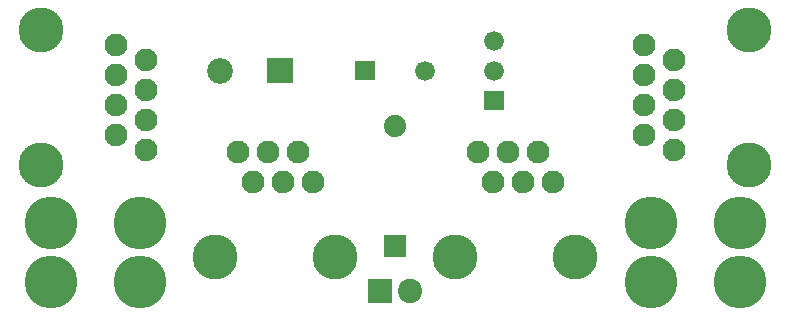
<source format=gbr>
G04 start of page 7 for group -4062 idx -4062 *
G04 Title: (unknown), soldermask *
G04 Creator: pcb 20140316 *
G04 CreationDate: Thu 20 Aug 2020 03:13:35 AM GMT UTC *
G04 For: railfan *
G04 Format: Gerber/RS-274X *
G04 PCB-Dimensions (mil): 3000.00 1125.00 *
G04 PCB-Coordinate-Origin: lower left *
%MOIN*%
%FSLAX25Y25*%
%LNBOTTOMMASK*%
%ADD72C,0.0660*%
%ADD71C,0.0740*%
%ADD70C,0.0860*%
%ADD69C,0.0810*%
%ADD68C,0.0001*%
%ADD67C,0.1500*%
%ADD66C,0.0760*%
%ADD65C,0.1760*%
G54D65*X35250Y20000D03*
Y39700D03*
X64750Y20000D03*
Y39700D03*
G54D66*X57000Y99000D03*
Y89000D03*
Y79000D03*
Y69000D03*
G54D67*X32000Y104000D03*
Y59000D03*
G54D66*X67000Y94000D03*
Y84000D03*
Y74000D03*
Y64000D03*
G54D67*X90000Y28500D03*
G54D68*G36*
X140950Y21050D02*Y12950D01*
X149050D01*
Y21050D01*
X140950D01*
G37*
G54D69*X155000Y17000D03*
G54D68*G36*
X146300Y35700D02*Y28300D01*
X153700D01*
Y35700D01*
X146300D01*
G37*
G54D67*X130000Y28500D03*
X170000D03*
G54D66*X177500Y63500D03*
X182500Y53500D03*
X187500Y63500D03*
X192500Y53500D03*
X197500Y63500D03*
X202500Y53500D03*
G54D65*X235250Y20000D03*
G54D67*X210000Y28500D03*
G54D68*G36*
X107200Y94800D02*Y86200D01*
X115800D01*
Y94800D01*
X107200D01*
G37*
G54D70*X91500Y90500D03*
G54D71*X150000Y72000D03*
G54D68*G36*
X136700Y93800D02*Y87200D01*
X143300D01*
Y93800D01*
X136700D01*
G37*
G54D72*X160000Y90500D03*
G54D68*G36*
X179700Y83800D02*Y77200D01*
X186300D01*
Y83800D01*
X179700D01*
G37*
G54D72*X183000Y90500D03*
Y100500D03*
G54D66*X97500Y63500D03*
X102500Y53500D03*
X107500Y63500D03*
X112500Y53500D03*
X117500Y63500D03*
X122500Y53500D03*
G54D65*X235250Y39700D03*
X264750Y20000D03*
Y39700D03*
G54D67*X268000Y59000D03*
Y104000D03*
G54D66*X243000Y64000D03*
Y74000D03*
Y84000D03*
Y94000D03*
X233000Y69000D03*
Y79000D03*
Y89000D03*
Y99000D03*
M02*

</source>
